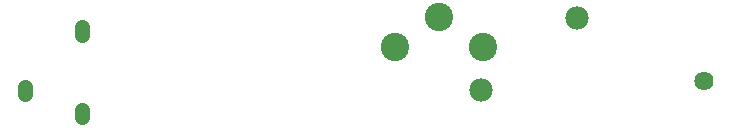
<source format=gbs>
G04 Layer: BottomSolderMaskLayer*
G04 Gerber Generator version 0.2*
G04 Scale: 100 percent, Rotated: No, Reflected: No *
G04 Dimensions in millimeters *
G04 leading zeros omitted , absolute positions ,4 integer and 5 decimal *
%FSLAX45Y45*%
%MOMM*%

%ADD26C,1.3016*%
%ADD29C,2.4032*%
%ADD30C,1.9812*%
%ADD31C,1.6256*%

%LPD*%
D26*
X2348204Y-989611D02*
G01*
X2348204Y-929612D01*
X2348204Y-289613D02*
G01*
X2348204Y-229613D01*
X1868195Y-789612D02*
G01*
X1868195Y-729612D01*
D29*
G01*
X5747105Y-393700D03*
G01*
X4997094Y-393700D03*
G01*
X5372100Y-143713D03*
D30*
G01*
X6539814Y-151485D03*
G01*
X5728385Y-762914D03*
D31*
G01*
X7620000Y-685800D03*
M02*

</source>
